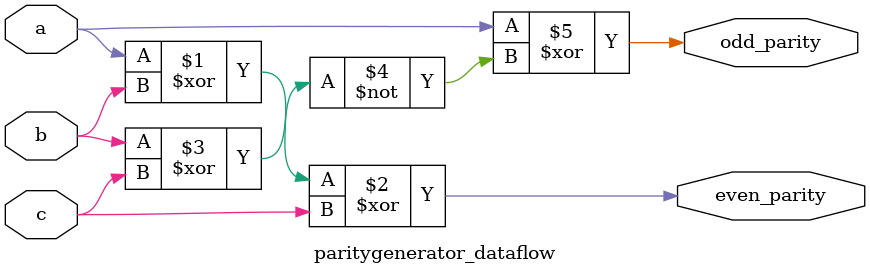
<source format=v>
`timescale 1ns / 1ps



module paritygenerator_dataflow(even_parity,odd_parity,a,b,c);
input a,b,c;
output even_parity,odd_parity;
assign even_parity=a^b^c;
assign odd_parity=a^(~(b^c));
endmodule

</source>
